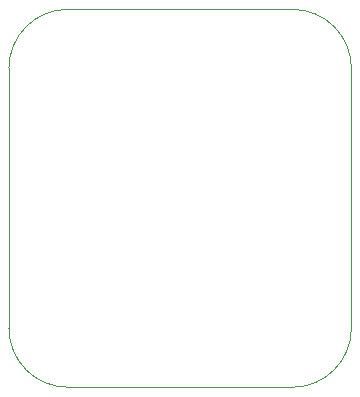
<source format=gbr>
%TF.GenerationSoftware,KiCad,Pcbnew,5.99.0-unknown-7565f60a0~106~ubuntu20.04.1*%
%TF.CreationDate,2020-12-13T15:13:58+00:00*%
%TF.ProjectId,24pin_flex_interposer,32347069-6e5f-4666-9c65-785f696e7465,rev?*%
%TF.SameCoordinates,Original*%
%TF.FileFunction,Profile,NP*%
%FSLAX46Y46*%
G04 Gerber Fmt 4.6, Leading zero omitted, Abs format (unit mm)*
G04 Created by KiCad (PCBNEW 5.99.0-unknown-7565f60a0~106~ubuntu20.04.1) date 2020-12-13 15:13:58*
%MOMM*%
%LPD*%
G01*
G04 APERTURE LIST*
%TA.AperFunction,Profile*%
%ADD10C,0.050000*%
%TD*%
G04 APERTURE END LIST*
D10*
X99000000Y-100000000D02*
X99000000Y-78000000D01*
X123000000Y-105000000D02*
X104000000Y-105000000D01*
X128000000Y-78000000D02*
X128000000Y-100000000D01*
X104000000Y-73000000D02*
X123000000Y-73000000D01*
X104000000Y-105000000D02*
G75*
G02*
X99000000Y-100000000I0J5000000D01*
G01*
X128000000Y-100000000D02*
G75*
G02*
X123000000Y-105000000I-5000000J0D01*
G01*
X123000000Y-73000000D02*
G75*
G02*
X128000000Y-78000000I0J-5000000D01*
G01*
X99000000Y-78000000D02*
G75*
G02*
X104000000Y-73000000I5000000J0D01*
G01*
M02*

</source>
